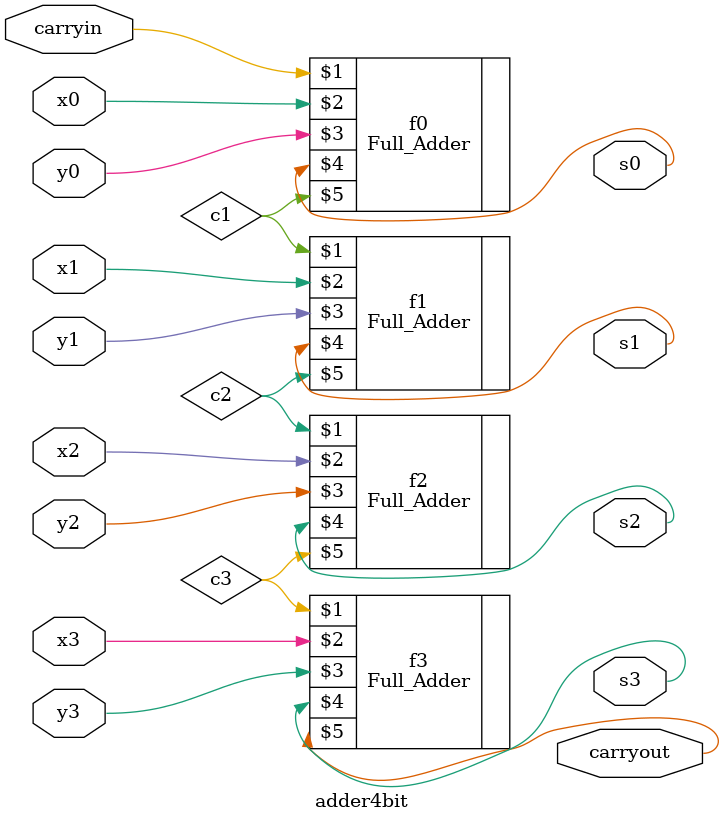
<source format=sv>
`timescale 1ns / 1ps



module adder4bit ( 
    input logic x3, x2, x1, x0, y3, y2, y1, y0, carryin,
    output logic s3, s2, s1, s0, carryout);    
    
    logic c1, c2, c3;    
    
    Full_Adder f0 (carryin, x0, y0, s0, c1);    
    Full_Adder f1 (c1, x1, y1, s1, c2);
    Full_Adder f2 (c2, x2, y2, s2, c3);    
    Full_Adder f3 (c3, x3, y3, s3, carryout);
    
endmodule

</source>
